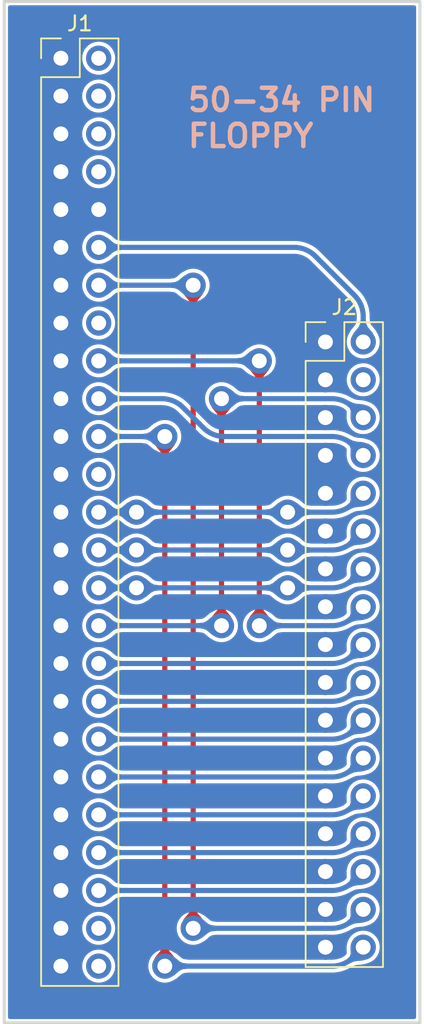
<source format=kicad_pcb>
(kicad_pcb (version 20221018) (generator pcbnew)
  (layers (0 "F.Cu" signal) (31 "B.Cu" signal) (34 "B.Paste" user) (35 "F.Paste" user) (36 "B.SilkS" user "B.Silkscreen") (37 "F.SilkS" user "F.Silkscreen") (38 "B.Mask" user) (39 "F.Mask" user) (44 "Edge.Cuts" user))
  (net 0 "")
  (net 1 "GND")
  (net 6 "Net-(J1-~{DSKCHG})")
  (net 7 "Net-(J1-~{SIDE1})")
  (net 9 "Net-(J1-~{HLD})")
  (net 10 "Net-(J1-~{INDEX})")
  (net 11 "Net-(J1-~{READY})")
  (net 13 "Net-(J1-~{DS0})")
  (net 14 "Net-(J1-~{DS1})")
  (net 15 "Net-(J1-~{DS2})")
  (net 16 "Net-(J1-~{DS3})")
  (net 17 "Net-(J1-~{DIR})")
  (net 18 "Net-(J1-~{STEP})")
  (net 19 "Net-(J1-~{WDATA})")
  (net 20 "Net-(J1-~{WGATE})")
  (net 21 "Net-(J1-~{TRK00})")
  (net 22 "Net-(J1-~{WPT})")
  (net 23 "Net-(J1-~{RDATA})")
  (footprint "Connector_PinHeader_2.54mm:PinHeader_2x25_P2.54mm_Vertical" (layer "F.Cu") (at 0 0)
    (fp_text reference "J1" (at 1.27 -2.33) (layer "F.SilkS"))
    (fp_text value "61205022121")
    (fp_line (start -1.33 -1.33) (end 0 -1.33) (stroke (width 0.12)) (layer "F.SilkS"))
    (fp_line (start -1.33 0) (end -1.33 -1.33) (stroke (width 0.12)) (layer "F.SilkS"))
    (fp_line (start -1.33 1.27) (end -1.33 62.29) (stroke (width 0.12)) (layer "F.SilkS"))
    (fp_line (start -1.33 1.27) (end 1.27 1.27) (stroke (width 0.12)) (layer "F.SilkS"))
    (fp_line (start -1.33 62.29) (end 3.87 62.29) (stroke (width 0.12)) (layer "F.SilkS"))
    (fp_line (start 1.27 -1.33) (end 3.87 -1.33) (stroke (width 0.12)) (layer "F.SilkS"))
    (fp_line (start 1.27 1.27) (end 1.27 -1.33) (stroke (width 0.12)) (layer "F.SilkS"))
    (fp_line (start 3.87 -1.33) (end 3.87 62.29) (stroke (width 0.12)) (layer "F.SilkS"))
    (pad "1" thru_hole rect (at 0 0) (size 1.7 1.7) (drill 1) (layers "*.Cu" "*.Mask") (net 1 "GND"))
    (pad "2" thru_hole oval (at 2.54 0) (size 1.7 1.7) (drill 1) (layers "*.Cu" "*.Mask"))
    (pad "3" thru_hole oval (at 0 2.54) (size 1.7 1.7) (drill 1) (layers "*.Cu" "*.Mask") (net 1 "GND"))
    (pad "4" thru_hole oval (at 2.54 2.54) (size 1.7 1.7) (drill 1) (layers "*.Cu" "*.Mask"))
    (pad "5" thru_hole oval (at 0 5.08) (size 1.7 1.7) (drill 1) (layers "*.Cu" "*.Mask") (net 1 "GND"))
    (pad "6" thru_hole oval (at 2.54 5.08) (size 1.7 1.7) (drill 1) (layers "*.Cu" "*.Mask"))
    (pad "7" thru_hole oval (at 0 7.62) (size 1.7 1.7) (drill 1) (layers "*.Cu" "*.Mask") (net 1 "GND"))
    (pad "8" thru_hole oval (at 2.54 7.62) (size 1.7 1.7) (drill 1) (layers "*.Cu" "*.Mask"))
    (pad "9" thru_hole oval (at 0 10.16) (size 1.7 1.7) (drill 1) (layers "*.Cu" "*.Mask") (net 1 "GND"))
    (pad "10" thru_hole oval (at 2.54 10.16) (size 1.7 1.7) (drill 1) (layers "*.Cu" "*.Mask") (net 1 "GND"))
    (pad "11" thru_hole oval (at 0 12.7) (size 1.7 1.7) (drill 1) (layers "*.Cu" "*.Mask") (net 1 "GND"))
    (pad "12" thru_hole oval (at 2.54 12.7) (size 1.7 1.7) (drill 1) (layers "*.Cu" "*.Mask") (net 6 "Net-(J1-~{DSKCHG})"))
    (pad "13" thru_hole oval (at 0 15.24) (size 1.7 1.7) (drill 1) (layers "*.Cu" "*.Mask") (net 1 "GND"))
    (pad "14" thru_hole oval (at 2.54 15.24) (size 1.7 1.7) (drill 1) (layers "*.Cu" "*.Mask") (net 7 "Net-(J1-~{SIDE1})"))
    (pad "15" thru_hole oval (at 0 17.78) (size 1.7 1.7) (drill 1) (layers "*.Cu" "*.Mask") (net 1 "GND"))
    (pad "16" thru_hole oval (at 2.54 17.78) (size 1.7 1.7) (drill 1) (layers "*.Cu" "*.Mask"))
    (pad "17" thru_hole oval (at 0 20.32) (size 1.7 1.7) (drill 1) (layers "*.Cu" "*.Mask") (net 1 "GND"))
    (pad "18" thru_hole oval (at 2.54 20.32) (size 1.7 1.7) (drill 1) (layers "*.Cu" "*.Mask") (net 9 "Net-(J1-~{HLD})"))
    (pad "19" thru_hole oval (at 0 22.86) (size 1.7 1.7) (drill 1) (layers "*.Cu" "*.Mask") (net 1 "GND"))
    (pad "20" thru_hole oval (at 2.54 22.86) (size 1.7 1.7) (drill 1) (layers "*.Cu" "*.Mask") (net 10 "Net-(J1-~{INDEX})"))
    (pad "21" thru_hole oval (at 0 25.4) (size 1.7 1.7) (drill 1) (layers "*.Cu" "*.Mask") (net 1 "GND"))
    (pad "22" thru_hole oval (at 2.54 25.4) (size 1.7 1.7) (drill 1) (layers "*.Cu" "*.Mask") (net 11 "Net-(J1-~{READY})"))
    (pad "23" thru_hole oval (at 0 27.94) (size 1.7 1.7) (drill 1) (layers "*.Cu" "*.Mask") (net 1 "GND"))
    (pad "24" thru_hole oval (at 2.54 27.94) (size 1.7 1.7) (drill 1) (layers "*.Cu" "*.Mask"))
    (pad "25" thru_hole oval (at 0 30.48) (size 1.7 1.7) (drill 1) (layers "*.Cu" "*.Mask") (net 1 "GND"))
    (pad "26" thru_hole oval (at 2.54 30.48) (size 1.7 1.7) (drill 1) (layers "*.Cu" "*.Mask") (net 13 "Net-(J1-~{DS0})"))
    (pad "27" thru_hole oval (at 0 33.02) (size 1.7 1.7) (drill 1) (layers "*.Cu" "*.Mask") (net 1 "GND"))
    (pad "28" thru_hole oval (at 2.54 33.02) (size 1.7 1.7) (drill 1) (layers "*.Cu" "*.Mask") (net 14 "Net-(J1-~{DS1})"))
    (pad "29" thru_hole oval (at 0 35.56) (size 1.7 1.7) (drill 1) (layers "*.Cu" "*.Mask") (net 1 "GND"))
    (pad "30" thru_hole oval (at 2.54 35.56) (size 1.7 1.7) (drill 1) (layers "*.Cu" "*.Mask") (net 15 "Net-(J1-~{DS2})"))
    (pad "31" thru_hole oval (at 0 38.1) (size 1.7 1.7) (drill 1) (layers "*.Cu" "*.Mask") (net 1 "GND"))
    (pad "32" thru_hole oval (at 2.54 38.1) (size 1.7 1.7) (drill 1) (layers "*.Cu" "*.Mask") (net 16 "Net-(J1-~{DS3})"))
    (pad "33" thru_hole oval (at 0 40.64) (size 1.7 1.7) (drill 1) (layers "*.Cu" "*.Mask") (net 1 "GND"))
    (pad "34" thru_hole oval (at 2.54 40.64) (size 1.7 1.7) (drill 1) (layers "*.Cu" "*.Mask") (net 17 "Net-(J1-~{DIR})"))
    (pad "35" thru_hole oval (at 0 43.18) (size 1.7 1.7) (drill 1) (layers "*.Cu" "*.Mask") (net 1 "GND"))
    (pad "36" thru_hole oval (at 2.54 43.18) (size 1.7 1.7) (drill 1) (layers "*.Cu" "*.Mask") (net 18 "Net-(J1-~{STEP})"))
    (pad "37" thru_hole oval (at 0 45.72) (size 1.7 1.7) (drill 1) (layers "*.Cu" "*.Mask") (net 1 "GND"))
    (pad "38" thru_hole oval (at 2.54 45.72) (size 1.7 1.7) (drill 1) (layers "*.Cu" "*.Mask") (net 19 "Net-(J1-~{WDATA})"))
    (pad "39" thru_hole oval (at 0 48.26) (size 1.7 1.7) (drill 1) (layers "*.Cu" "*.Mask") (net 1 "GND"))
    (pad "40" thru_hole oval (at 2.54 48.26) (size 1.7 1.7) (drill 1) (layers "*.Cu" "*.Mask") (net 20 "Net-(J1-~{WGATE})"))
    (pad "41" thru_hole oval (at 0 50.8) (size 1.7 1.7) (drill 1) (layers "*.Cu" "*.Mask") (net 1 "GND"))
    (pad "42" thru_hole oval (at 2.54 50.8) (size 1.7 1.7) (drill 1) (layers "*.Cu" "*.Mask") (net 21 "Net-(J1-~{TRK00})"))
    (pad "43" thru_hole oval (at 0 53.34) (size 1.7 1.7) (drill 1) (layers "*.Cu" "*.Mask") (net 1 "GND"))
    (pad "44" thru_hole oval (at 2.54 53.34) (size 1.7 1.7) (drill 1) (layers "*.Cu" "*.Mask") (net 22 "Net-(J1-~{WPT})"))
    (pad "45" thru_hole oval (at 0 55.88) (size 1.7 1.7) (drill 1) (layers "*.Cu" "*.Mask") (net 1 "GND"))
    (pad "46" thru_hole oval (at 2.54 55.88) (size 1.7 1.7) (drill 1) (layers "*.Cu" "*.Mask") (net 23 "Net-(J1-~{RDATA})"))
    (pad "47" thru_hole oval (at 0 58.42) (size 1.7 1.7) (drill 1) (layers "*.Cu" "*.Mask") (net 1 "GND"))
    (pad "48" thru_hole oval (at 2.54 58.42) (size 1.7 1.7) (drill 1) (layers "*.Cu" "*.Mask"))
    (pad "49" thru_hole oval (at 0 60.96) (size 1.7 1.7) (drill 1) (layers "*.Cu" "*.Mask") (net 1 "GND"))
    (pad "50" thru_hole oval (at 2.54 60.96) (size 1.7 1.7) (drill 1) (layers "*.Cu" "*.Mask"))
  )
  (footprint "Connector_PinHeader_2.54mm:PinHeader_2x17_P2.54mm_Vertical" (layer "F.Cu") (at 17.78 19.05)
    (fp_text reference "J2" (at 1.27 -2.33) (layer "F.SilkS"))
    (fp_text value "61203422121")
    (fp_line (start -1.33 -1.33) (end 0 -1.33) (stroke (width 0.12)) (layer "F.SilkS"))
    (fp_line (start -1.33 0) (end -1.33 -1.33) (stroke (width 0.12)) (layer "F.SilkS"))
    (fp_line (start -1.33 1.27) (end -1.33 41.97) (stroke (width 0.12)) (layer "F.SilkS"))
    (fp_line (start -1.33 1.27) (end 1.27 1.27) (stroke (width 0.12)) (layer "F.SilkS"))
    (fp_line (start -1.33 41.97) (end 3.87 41.97) (stroke (width 0.12)) (layer "F.SilkS"))
    (fp_line (start 1.27 -1.33) (end 3.87 -1.33) (stroke (width 0.12)) (layer "F.SilkS"))
    (fp_line (start 1.27 1.27) (end 1.27 -1.33) (stroke (width 0.12)) (layer "F.SilkS"))
    (fp_line (start 3.87 -1.33) (end 3.87 41.97) (stroke (width 0.12)) (layer "F.SilkS"))
    (pad "1" thru_hole rect (at 0 0) (size 1.7 1.7) (drill 1) (layers "*.Cu" "*.Mask") (net 1 "GND"))
    (pad "2" thru_hole oval (at 2.54 0) (size 1.7 1.7) (drill 1) (layers "*.Cu" "*.Mask") (net 6 "Net-(J1-~{DSKCHG})"))
    (pad "3" thru_hole oval (at 0 2.54) (size 1.7 1.7) (drill 1) (layers "*.Cu" "*.Mask") (net 1 "GND"))
    (pad "4" thru_hole oval (at 2.54 2.54) (size 1.7 1.7) (drill 1) (layers "*.Cu" "*.Mask"))
    (pad "5" thru_hole oval (at 0 5.08) (size 1.7 1.7) (drill 1) (layers "*.Cu" "*.Mask") (net 1 "GND"))
    (pad "6" thru_hole oval (at 2.54 5.08) (size 1.7 1.7) (drill 1) (layers "*.Cu" "*.Mask") (net 16 "Net-(J1-~{DS3})"))
    (pad "7" thru_hole oval (at 0 7.62) (size 1.7 1.7) (drill 1) (layers "*.Cu" "*.Mask") (net 1 "GND"))
    (pad "8" thru_hole oval (at 2.54 7.62) (size 1.7 1.7) (drill 1) (layers "*.Cu" "*.Mask") (net 10 "Net-(J1-~{INDEX})"))
    (pad "9" thru_hole oval (at 0 10.16) (size 1.7 1.7) (drill 1) (layers "*.Cu" "*.Mask") (net 1 "GND"))
    (pad "10" thru_hole oval (at 2.54 10.16) (size 1.7 1.7) (drill 1) (layers "*.Cu" "*.Mask") (net 13 "Net-(J1-~{DS0})"))
    (pad "11" thru_hole oval (at 0 12.7) (size 1.7 1.7) (drill 1) (layers "*.Cu" "*.Mask") (net 1 "GND"))
    (pad "12" thru_hole oval (at 2.54 12.7) (size 1.7 1.7) (drill 1) (layers "*.Cu" "*.Mask") (net 14 "Net-(J1-~{DS1})"))
    (pad "13" thru_hole oval (at 0 15.24) (size 1.7 1.7) (drill 1) (layers "*.Cu" "*.Mask") (net 1 "GND"))
    (pad "14" thru_hole oval (at 2.54 15.24) (size 1.7 1.7) (drill 1) (layers "*.Cu" "*.Mask") (net 15 "Net-(J1-~{DS2})"))
    (pad "15" thru_hole oval (at 0 17.78) (size 1.7 1.7) (drill 1) (layers "*.Cu" "*.Mask") (net 1 "GND"))
    (pad "16" thru_hole oval (at 2.54 17.78) (size 1.7 1.7) (drill 1) (layers "*.Cu" "*.Mask") (net 9 "Net-(J1-~{HLD})"))
    (pad "17" thru_hole oval (at 0 20.32) (size 1.7 1.7) (drill 1) (layers "*.Cu" "*.Mask") (net 1 "GND"))
    (pad "18" thru_hole oval (at 2.54 20.32) (size 1.7 1.7) (drill 1) (layers "*.Cu" "*.Mask") (net 17 "Net-(J1-~{DIR})"))
    (pad "19" thru_hole oval (at 0 22.86) (size 1.7 1.7) (drill 1) (layers "*.Cu" "*.Mask") (net 1 "GND"))
    (pad "20" thru_hole oval (at 2.54 22.86) (size 1.7 1.7) (drill 1) (layers "*.Cu" "*.Mask") (net 18 "Net-(J1-~{STEP})"))
    (pad "21" thru_hole oval (at 0 25.4) (size 1.7 1.7) (drill 1) (layers "*.Cu" "*.Mask") (net 1 "GND"))
    (pad "22" thru_hole oval (at 2.54 25.4) (size 1.7 1.7) (drill 1) (layers "*.Cu" "*.Mask") (net 19 "Net-(J1-~{WDATA})"))
    (pad "23" thru_hole oval (at 0 27.94) (size 1.7 1.7) (drill 1) (layers "*.Cu" "*.Mask") (net 1 "GND"))
    (pad "24" thru_hole oval (at 2.54 27.94) (size 1.7 1.7) (drill 1) (layers "*.Cu" "*.Mask") (net 20 "Net-(J1-~{WGATE})"))
    (pad "25" thru_hole oval (at 0 30.48) (size 1.7 1.7) (drill 1) (layers "*.Cu" "*.Mask") (net 1 "GND"))
    (pad "26" thru_hole oval (at 2.54 30.48) (size 1.7 1.7) (drill 1) (layers "*.Cu" "*.Mask") (net 21 "Net-(J1-~{TRK00})"))
    (pad "27" thru_hole oval (at 0 33.02) (size 1.7 1.7) (drill 1) (layers "*.Cu" "*.Mask") (net 1 "GND"))
    (pad "28" thru_hole oval (at 2.54 33.02) (size 1.7 1.7) (drill 1) (layers "*.Cu" "*.Mask") (net 22 "Net-(J1-~{WPT})"))
    (pad "29" thru_hole oval (at 0 35.56) (size 1.7 1.7) (drill 1) (layers "*.Cu" "*.Mask") (net 1 "GND"))
    (pad "30" thru_hole oval (at 2.54 35.56) (size 1.7 1.7) (drill 1) (layers "*.Cu" "*.Mask") (net 23 "Net-(J1-~{RDATA})"))
    (pad "31" thru_hole oval (at 0 38.1) (size 1.7 1.7) (drill 1) (layers "*.Cu" "*.Mask") (net 1 "GND"))
    (pad "32" thru_hole oval (at 2.54 38.1) (size 1.7 1.7) (drill 1) (layers "*.Cu" "*.Mask") (net 7 "Net-(J1-~{SIDE1})"))
    (pad "33" thru_hole oval (at 0 40.64) (size 1.7 1.7) (drill 1) (layers "*.Cu" "*.Mask") (net 1 "GND"))
    (pad "34" thru_hole oval (at 2.54 40.64) (size 1.7 1.7) (drill 1) (layers "*.Cu" "*.Mask") (net 11 "Net-(J1-~{READY})"))
  )
  (gr_rect (start -3.81 -3.81) (end 24.13 64.77) (stroke (width 0.2)) (fill none) (layer "Edge.Cuts"))
  (gr_text "50-34 PIN\nFLOPPY" (at 8.382 6.096) (layer "B.SilkS") (effects (font (size 1.5 1.5) (thickness 0.3) bold) (justify left bottom)))
  (segment (start 17.095787 13.285787) (end 19.734214 15.924214) (width 0.35) (layer "B.Cu") (net 6))
  (segment (start 20.32 17.338427) (end 20.32 19.05) (width 0.35) (layer "B.Cu") (net 6))
  (segment (start 2.54 12.7) (end 15.681573 12.7) (width 0.35) (layer "B.Cu") (net 6))
  (arc (start 17.095787 13.285787) (mid 16.44694 12.852241) (end 15.681573 12.7) (width 0.35) (layer "B.Cu") (net 6))
  (arc (start 19.734214 15.924214) (mid 20.167759 16.57306) (end 20.32 17.338427) (width 0.35) (layer "B.Cu") (net 6))
  (segment (start 8.89 15.24) (end 8.89 58.42) (width 0.35) (layer "F.Cu") (net 7))
  (via (at 8.89 58.42) (size 1.7) (drill 1) (layers "F.Cu" "B.Cu") (net 7))
  (via (at 8.89 15.24) (size 1.7) (drill 1) (layers "F.Cu" "B.Cu") (net 7))
  (segment (start 8.89 58.42) (end 18.221573 58.42) (width 0.35) (layer "B.Cu") (net 7))
  (segment (start 19.635787 57.834213) (end 20.32 57.15) (width 0.35) (layer "B.Cu") (net 7))
  (segment (start 2.54 15.24) (end 8.89 15.24) (width 0.35) (layer "B.Cu") (net 7))
  (arc (start 18.221573 58.42) (mid 18.98694 58.267759) (end 19.635787 57.834213) (width 0.35) (layer "B.Cu") (net 7))
  (segment (start 13.335 38.1) (end 13.335 20.32) (width 0.35) (layer "F.Cu") (net 9))
  (via (at 13.335 38.1) (size 1.7) (drill 1) (layers "F.Cu" "B.Cu") (net 9))
  (via (at 13.335 20.32) (size 1.7) (drill 1) (layers "F.Cu" "B.Cu") (net 9))
  (segment (start 18.221573 38.1) (end 13.335 38.1) (width 0.35) (layer "B.Cu") (net 9))
  (segment (start 20.32 36.83) (end 19.635786 37.514214) (width 0.35) (layer "B.Cu") (net 9))
  (segment (start 13.335 20.32) (end 2.54 20.32) (width 0.35) (layer "B.Cu") (net 9))
  (arc (start 18.221573 38.1) (mid 18.98694 37.947759) (end 19.635786 37.514214) (width 0.35) (layer "B.Cu") (net 9))
  (segment (start 18.221573 25.4) (end 10.988427 25.4) (width 0.35) (layer "B.Cu") (net 10))
  (segment (start 20.32 26.67) (end 19.635786 25.985786) (width 0.35) (layer "B.Cu") (net 10))
  (segment (start 9.574213 24.814213) (end 8.205786 23.445786) (width 0.35) (layer "B.Cu") (net 10))
  (segment (start 6.791573 22.86) (end 2.54 22.86) (width 0.35) (layer "B.Cu") (net 10))
  (arc (start 8.205786 23.445786) (mid 7.55694 23.012241) (end 6.791573 22.86) (width 0.35) (layer "B.Cu") (net 10))
  (arc (start 9.574213 24.814213) (mid 10.22306 25.247759) (end 10.988427 25.4) (width 0.35) (layer "B.Cu") (net 10))
  (arc (start 19.635786 25.985786) (mid 18.98694 25.552241) (end 18.221573 25.4) (width 0.35) (layer "B.Cu") (net 10))
  (segment (start 6.985 60.96) (end 6.985 25.4) (width 0.35) (layer "F.Cu") (net 11))
  (via (at 6.985 25.4) (size 1.7) (drill 1) (layers "F.Cu" "B.Cu") (net 11))
  (via (at 6.985 60.96) (size 1.7) (drill 1) (layers "F.Cu" "B.Cu") (net 11))
  (segment (start 6.985 60.96) (end 18.221573 60.96) (width 0.35) (layer "B.Cu") (net 11))
  (segment (start 6.985 25.4) (end 2.54 25.4) (width 0.35) (layer "B.Cu") (net 11))
  (segment (start 19.635787 60.374213) (end 20.32 59.69) (width 0.35) (layer "B.Cu") (net 11))
  (arc (start 19.635787 60.374213) (mid 18.98694 60.807759) (end 18.221573 60.96) (width 0.35) (layer "B.Cu") (net 11))
  (via (at 5.08 30.48) (size 1.7) (drill 1) (layers "F.Cu" "B.Cu") (net 13))
  (via (at 15.24 30.48) (size 1.7) (drill 1) (layers "F.Cu" "B.Cu") (net 13))
  (segment (start 5.08 30.48) (end 15.24 30.48) (width 0.35) (layer "B.Cu") (net 13))
  (segment (start 15.24 30.48) (end 18.221573 30.48) (width 0.35) (layer "B.Cu") (net 13))
  (segment (start 19.635787 29.894213) (end 20.32 29.21) (width 0.35) (layer "B.Cu") (net 13))
  (segment (start 2.54 30.48) (end 5.08 30.48) (width 0.35) (layer "B.Cu") (net 13))
  (arc (start 19.635787 29.894213) (mid 18.98694 30.327759) (end 18.221573 30.48) (width 0.35) (layer "B.Cu") (net 13))
  (via (at 5.08 33.02) (size 1.7) (drill 1) (layers "F.Cu" "B.Cu") (net 14))
  (via (at 15.24 33.02) (size 1.7) (drill 1) (layers "F.Cu" "B.Cu") (net 14))
  (segment (start 5.08 33.02) (end 15.24 33.02) (width 0.35) (layer "B.Cu") (net 14))
  (segment (start 15.24 33.02) (end 18.221573 33.02) (width 0.35) (layer "B.Cu") (net 14))
  (segment (start 2.54 33.02) (end 5.08 33.02) (width 0.35) (layer "B.Cu") (net 14))
  (segment (start 19.635787 32.434213) (end 20.32 31.75) (width 0.35) (layer "B.Cu") (net 14))
  (arc (start 19.635787 32.434213) (mid 18.98694 32.867759) (end 18.221573 33.02) (width 0.35) (layer "B.Cu") (net 14))
  (via (at 5.08 35.56) (size 1.7) (drill 1) (layers "F.Cu" "B.Cu") (net 15))
  (via (at 15.24 35.56) (size 1.7) (drill 1) (layers "F.Cu" "B.Cu") (net 15))
  (segment (start 2.54 35.56) (end 5.08 35.56) (width 0.35) (layer "B.Cu") (net 15))
  (segment (start 5.08 35.56) (end 15.24 35.56) (width 0.35) (layer "B.Cu") (net 15))
  (segment (start 15.24 35.56) (end 18.221573 35.56) (width 0.35) (layer "B.Cu") (net 15))
  (segment (start 19.635787 34.974213) (end 20.32 34.29) (width 0.35) (layer "B.Cu") (net 15))
  (arc (start 19.635787 34.974213) (mid 18.98694 35.407759) (end 18.221573 35.56) (width 0.35) (layer "B.Cu") (net 15))
  (segment (start 10.795 22.86) (end 10.795 38.1) (width 0.35) (layer "F.Cu") (net 16))
  (via (at 10.795 22.86) (size 1.7) (drill 1) (layers "F.Cu" "B.Cu") (net 16))
  (via (at 10.795 38.1) (size 1.7) (drill 1) (layers "F.Cu" "B.Cu") (net 16))
  (segment (start 18.221573 22.86) (end 10.795 22.86) (width 0.35) (layer "B.Cu") (net 16))
  (segment (start 2.54 38.1) (end 10.795 38.1) (width 0.35) (layer "B.Cu") (net 16))
  (segment (start 20.32 24.13) (end 19.635786 23.445786) (width 0.35) (layer "B.Cu") (net 16))
  (arc (start 18.221573 22.86) (mid 18.98694 23.012241) (end 19.635786 23.445786) (width 0.35) (layer "B.Cu") (net 16))
  (segment (start 2.54 40.64) (end 18.221573 40.64) (width 0.35) (layer "B.Cu") (net 17))
  (segment (start 19.635787 40.054213) (end 20.32 39.37) (width 0.35) (layer "B.Cu") (net 17))
  (arc (start 19.635787 40.054213) (mid 18.98694 40.487759) (end 18.221573 40.64) (width 0.35) (layer "B.Cu") (net 17))
  (segment (start 19.635787 42.594213) (end 20.32 41.91) (width 0.35) (layer "B.Cu") (net 18))
  (segment (start 2.54 43.18) (end 18.221573 43.18) (width 0.35) (layer "B.Cu") (net 18))
  (arc (start 18.221573 43.18) (mid 18.98694 43.027759) (end 19.635787 42.594213) (width 0.35) (layer "B.Cu") (net 18))
  (segment (start 19.635787 45.134213) (end 20.32 44.45) (width 0.35) (layer "B.Cu") (net 19))
  (segment (start 2.54 45.72) (end 18.221573 45.72) (width 0.35) (layer "B.Cu") (net 19))
  (arc (start 18.221573 45.72) (mid 18.98694 45.567759) (end 19.635787 45.134213) (width 0.35) (layer "B.Cu") (net 19))
  (segment (start 2.54 48.26) (end 18.221573 48.26) (width 0.35) (layer "B.Cu") (net 20))
  (segment (start 19.635787 47.674213) (end 20.32 46.99) (width 0.35) (layer "B.Cu") (net 20))
  (arc (start 18.221573 48.26) (mid 18.98694 48.107759) (end 19.635787 47.674213) (width 0.35) (layer "B.Cu") (net 20))
  (segment (start 19.635787 50.214213) (end 20.32 49.53) (width 0.35) (layer "B.Cu") (net 21))
  (segment (start 2.54 50.8) (end 18.221573 50.8) (width 0.35) (layer "B.Cu") (net 21))
  (arc (start 18.221573 50.8) (mid 18.98694 50.647759) (end 19.635787 50.214213) (width 0.35) (layer "B.Cu") (net 21))
  (segment (start 19.635787 52.754213) (end 20.32 52.07) (width 0.35) (layer "B.Cu") (net 22))
  (segment (start 2.54 53.34) (end 18.221573 53.34) (width 0.35) (layer "B.Cu") (net 22))
  (arc (start 18.221573 53.34) (mid 18.98694 53.187759) (end 19.635787 52.754213) (width 0.35) (layer "B.Cu") (net 22))
  (segment (start 2.54 55.88) (end 18.221573 55.88) (width 0.35) (layer "B.Cu") (net 23))
  (segment (start 19.635787 55.294213) (end 20.32 54.61) (width 0.35) (layer "B.Cu") (net 23))
  (arc (start 18.221573 55.88) (mid 18.98694 55.727759) (end 19.635787 55.294213) (width 0.35) (layer "B.Cu") (net 23))
  (zone (net 1) (net_name "GND") (layer "B.Cu") (connect_pads yes (clearance 0.254)) (min_thickness 0.25) (fill yes (thermal_gap 0.5) (thermal_bridge_width 0.5))
    (polygon (pts (xy -3.556 -3.556) (xy 23.876 -3.556) (xy 23.876 64.516) (xy -3.556 64.516)))
  )
)
</source>
